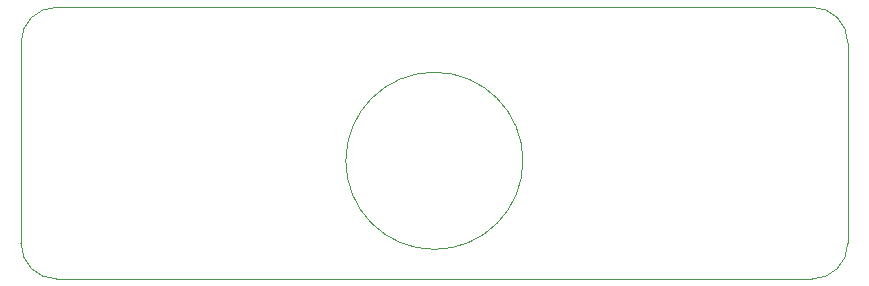
<source format=gm1>
G04 #@! TF.GenerationSoftware,KiCad,Pcbnew,(5.1.5-0-10_14)*
G04 #@! TF.CreationDate,2021-02-01T23:02:05+09:00*
G04 #@! TF.ProjectId,StickMouse,53746963-6b4d-46f7-9573-652e6b696361,V1.0*
G04 #@! TF.SameCoordinates,Original*
G04 #@! TF.FileFunction,Profile,NP*
%FSLAX46Y46*%
G04 Gerber Fmt 4.6, Leading zero omitted, Abs format (unit mm)*
G04 Created by KiCad (PCBNEW (5.1.5-0-10_14)) date 2021-02-01 23:02:05*
%MOMM*%
%LPD*%
G04 APERTURE LIST*
%ADD10C,0.050000*%
G04 APERTURE END LIST*
D10*
X32000000Y13000000D02*
G75*
G02X35000000Y10000000I0J-3000000D01*
G01*
X35000000Y-7000000D02*
G75*
G02X32000000Y-10000000I-3000000J0D01*
G01*
X-32000000Y-10000000D02*
G75*
G02X-35000000Y-7000000I0J3000000D01*
G01*
X-35000000Y10000000D02*
G75*
G02X-32000000Y13000000I3000000J0D01*
G01*
X-32000000Y13000000D02*
X32000000Y13000000D01*
X32000000Y-10000000D02*
X-32000000Y-10000000D01*
X-35000000Y-7000000D02*
X-35000000Y10000000D01*
X35000000Y10000000D02*
X35000000Y-7000000D01*
X7500000Y0D02*
G75*
G03X7500000Y0I-7500000J0D01*
G01*
M02*

</source>
